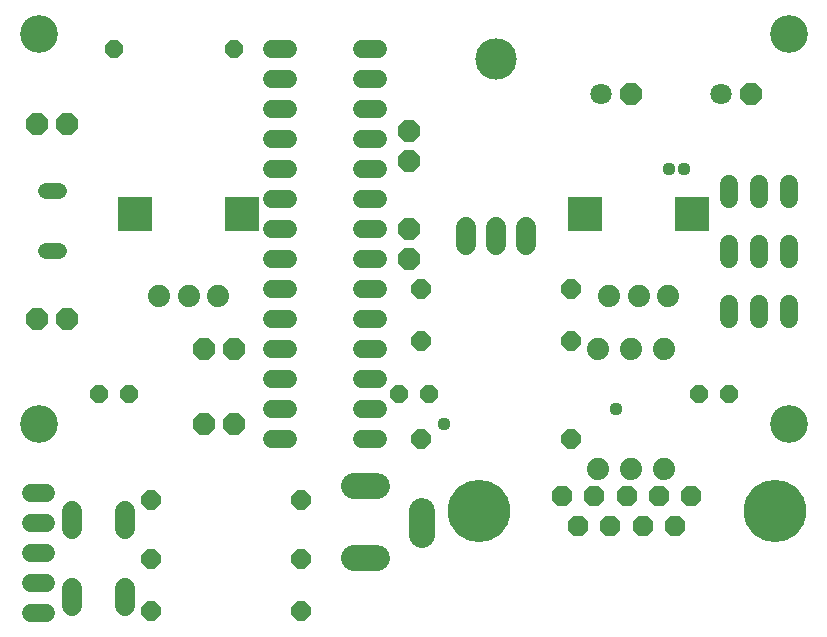
<source format=gbr>
G04 EAGLE Gerber RS-274X export*
G75*
%MOMM*%
%FSLAX34Y34*%
%LPD*%
%INSoldermask Top*%
%IPPOS*%
%AMOC8*
5,1,8,0,0,1.08239X$1,22.5*%
G01*
%ADD10C,3.203194*%
%ADD11P,1.951982X8X22.500000*%
%ADD12C,1.879600*%
%ADD13C,1.727200*%
%ADD14C,3.505200*%
%ADD15C,1.524000*%
%ADD16C,2.203200*%
%ADD17P,1.649562X8X202.500000*%
%ADD18C,1.320800*%
%ADD19P,1.759533X8X22.500000*%
%ADD20P,1.759533X8X202.500000*%
%ADD21P,1.649562X8X22.500000*%
%ADD22P,1.869504X8X202.500000*%
%ADD23C,5.283200*%
%ADD24R,3.003200X3.003200*%
%ADD25P,1.951982X8X112.500000*%
%ADD26C,1.803400*%
%ADD27P,1.951982X8X292.500000*%
%ADD28C,1.117600*%


D10*
X25400Y520700D03*
X25400Y190500D03*
X660400Y190500D03*
X660400Y520700D03*
D11*
X24130Y444500D03*
X49530Y444500D03*
X24130Y279400D03*
X49530Y279400D03*
D12*
X554990Y152400D03*
X554990Y254000D03*
X499110Y152400D03*
X499110Y254000D03*
X527050Y152400D03*
X527050Y254000D03*
D13*
X387350Y341630D02*
X387350Y356870D01*
X412750Y356870D02*
X412750Y341630D01*
X438150Y341630D02*
X438150Y356870D01*
D14*
X412750Y499110D03*
D15*
X236474Y508000D02*
X223266Y508000D01*
X223266Y482600D02*
X236474Y482600D01*
X236474Y457200D02*
X223266Y457200D01*
X223266Y431800D02*
X236474Y431800D01*
X236474Y406400D02*
X223266Y406400D01*
X223266Y381000D02*
X236474Y381000D01*
X236474Y355600D02*
X223266Y355600D01*
X223266Y330200D02*
X236474Y330200D01*
X236474Y304800D02*
X223266Y304800D01*
X223266Y279400D02*
X236474Y279400D01*
X236474Y254000D02*
X223266Y254000D01*
X223266Y228600D02*
X236474Y228600D01*
X236474Y203200D02*
X223266Y203200D01*
X223266Y177800D02*
X236474Y177800D01*
X299466Y177800D02*
X312674Y177800D01*
X312674Y203200D02*
X299466Y203200D01*
X299466Y228600D02*
X312674Y228600D01*
X312674Y254000D02*
X299466Y254000D01*
X299466Y279400D02*
X312674Y279400D01*
X312674Y304800D02*
X299466Y304800D01*
X299466Y330200D02*
X312674Y330200D01*
X312674Y355600D02*
X299466Y355600D01*
X299466Y381000D02*
X312674Y381000D01*
X312674Y406400D02*
X299466Y406400D01*
X299466Y431800D02*
X312674Y431800D01*
X312674Y457200D02*
X299466Y457200D01*
X299466Y482600D02*
X312674Y482600D01*
X312674Y508000D02*
X299466Y508000D01*
D16*
X292260Y137680D02*
X312260Y137680D01*
X312260Y76680D02*
X292260Y76680D01*
X350260Y96680D02*
X350260Y116680D01*
D17*
X101600Y215900D03*
X76200Y215900D03*
X355600Y215900D03*
X330200Y215900D03*
X609600Y215900D03*
X584200Y215900D03*
D18*
X42418Y336550D02*
X31242Y336550D01*
X31242Y387350D02*
X42418Y387350D01*
D19*
X349250Y177800D03*
X476250Y177800D03*
X349250Y260350D03*
X476250Y260350D03*
X349250Y304800D03*
X476250Y304800D03*
D20*
X247650Y125730D03*
X120650Y125730D03*
D19*
X120650Y76200D03*
X247650Y76200D03*
X120650Y31750D03*
X247650Y31750D03*
D21*
X88900Y508000D03*
X190500Y508000D03*
D15*
X32004Y132080D02*
X18796Y132080D01*
X18796Y106680D02*
X32004Y106680D01*
X32004Y81280D02*
X18796Y81280D01*
X18796Y55880D02*
X32004Y55880D01*
X32004Y30480D02*
X18796Y30480D01*
D22*
X578104Y129540D03*
X550672Y129540D03*
X523240Y129540D03*
X495808Y129540D03*
X468376Y129540D03*
X564388Y104140D03*
X536956Y104140D03*
X509524Y104140D03*
X482092Y104140D03*
D23*
X648462Y116840D03*
X398018Y116840D03*
D12*
X558400Y298300D03*
X533400Y298300D03*
X508400Y298300D03*
D24*
X488400Y368300D03*
X578400Y368300D03*
D12*
X177400Y298300D03*
X152400Y298300D03*
X127400Y298300D03*
D24*
X107400Y368300D03*
X197400Y368300D03*
D25*
X339090Y330200D03*
X339090Y355600D03*
D11*
X527050Y469900D03*
D26*
X501650Y469900D03*
D15*
X609600Y292354D02*
X609600Y279146D01*
X660400Y279146D02*
X660400Y292354D01*
X635000Y292354D02*
X635000Y279146D01*
X609600Y329946D02*
X609600Y343154D01*
X660400Y343154D02*
X660400Y329946D01*
X635000Y329946D02*
X635000Y343154D01*
X609600Y380746D02*
X609600Y393954D01*
X660400Y393954D02*
X660400Y380746D01*
X635000Y380746D02*
X635000Y393954D01*
D27*
X339090Y438150D03*
X339090Y412750D03*
D11*
X628650Y469900D03*
D26*
X603250Y469900D03*
D13*
X53594Y116332D02*
X53594Y101092D01*
X98806Y101092D02*
X98806Y116332D01*
X53594Y51308D02*
X53594Y36068D01*
X98806Y36068D02*
X98806Y51308D01*
D11*
X165100Y190500D03*
X190500Y190500D03*
X165100Y254000D03*
X190500Y254000D03*
D28*
X558800Y406400D03*
X368300Y190500D03*
X571500Y406400D03*
X514350Y203200D03*
M02*

</source>
